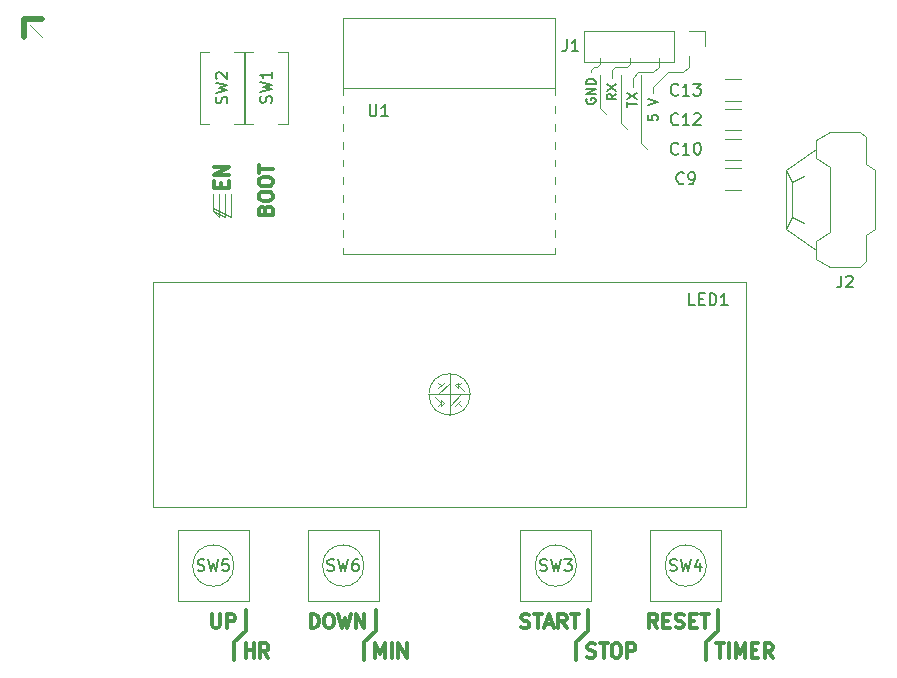
<source format=gbr>
%TF.GenerationSoftware,KiCad,Pcbnew,(5.1.10)-1*%
%TF.CreationDate,2021-10-03T21:55:55+02:00*%
%TF.ProjectId,KitchenTimer,4b697463-6865-46e5-9469-6d65722e6b69,rev?*%
%TF.SameCoordinates,Original*%
%TF.FileFunction,Legend,Top*%
%TF.FilePolarity,Positive*%
%FSLAX46Y46*%
G04 Gerber Fmt 4.6, Leading zero omitted, Abs format (unit mm)*
G04 Created by KiCad (PCBNEW (5.1.10)-1) date 2021-10-03 21:55:55*
%MOMM*%
%LPD*%
G01*
G04 APERTURE LIST*
%ADD10C,0.300000*%
%ADD11C,0.120000*%
%ADD12C,0.200000*%
%ADD13C,0.500000*%
%ADD14C,0.150000*%
%ADD15C,0.100000*%
%ADD16C,1.500000*%
%ADD17C,5.600000*%
%ADD18R,1.500000X0.900000*%
%ADD19R,4.000000X4.000000*%
%ADD20O,1.800000X1.100000*%
%ADD21R,1.250000X0.400000*%
%ADD22C,1.290000*%
%ADD23O,1.700000X1.700000*%
%ADD24R,1.700000X1.700000*%
%ADD25R,1.550000X1.300000*%
%ADD26R,2.100000X2.400000*%
G04 APERTURE END LIST*
D10*
X72559285Y-71092857D02*
X73245000Y-71092857D01*
X72902142Y-72292857D02*
X72902142Y-71092857D01*
X73645000Y-72292857D02*
X73645000Y-71092857D01*
X74216428Y-72292857D02*
X74216428Y-71092857D01*
X74616428Y-71950000D01*
X75016428Y-71092857D01*
X75016428Y-72292857D01*
X75587857Y-71664285D02*
X75987857Y-71664285D01*
X76159285Y-72292857D02*
X75587857Y-72292857D01*
X75587857Y-71092857D01*
X76159285Y-71092857D01*
X77359285Y-72292857D02*
X76959285Y-71721428D01*
X76673571Y-72292857D02*
X76673571Y-71092857D01*
X77130714Y-71092857D01*
X77245000Y-71150000D01*
X77302142Y-71207142D01*
X77359285Y-71321428D01*
X77359285Y-71492857D01*
X77302142Y-71607142D01*
X77245000Y-71664285D01*
X77130714Y-71721428D01*
X76673571Y-71721428D01*
X67597857Y-69792857D02*
X67197857Y-69221428D01*
X66912142Y-69792857D02*
X66912142Y-68592857D01*
X67369285Y-68592857D01*
X67483571Y-68650000D01*
X67540714Y-68707142D01*
X67597857Y-68821428D01*
X67597857Y-68992857D01*
X67540714Y-69107142D01*
X67483571Y-69164285D01*
X67369285Y-69221428D01*
X66912142Y-69221428D01*
X68112142Y-69164285D02*
X68512142Y-69164285D01*
X68683571Y-69792857D02*
X68112142Y-69792857D01*
X68112142Y-68592857D01*
X68683571Y-68592857D01*
X69140714Y-69735714D02*
X69312142Y-69792857D01*
X69597857Y-69792857D01*
X69712142Y-69735714D01*
X69769285Y-69678571D01*
X69826428Y-69564285D01*
X69826428Y-69450000D01*
X69769285Y-69335714D01*
X69712142Y-69278571D01*
X69597857Y-69221428D01*
X69369285Y-69164285D01*
X69255000Y-69107142D01*
X69197857Y-69050000D01*
X69140714Y-68935714D01*
X69140714Y-68821428D01*
X69197857Y-68707142D01*
X69255000Y-68650000D01*
X69369285Y-68592857D01*
X69655000Y-68592857D01*
X69826428Y-68650000D01*
X70340714Y-69164285D02*
X70740714Y-69164285D01*
X70912142Y-69792857D02*
X70340714Y-69792857D01*
X70340714Y-68592857D01*
X70912142Y-68592857D01*
X71255000Y-68592857D02*
X71940714Y-68592857D01*
X71597857Y-69792857D02*
X71597857Y-68592857D01*
X71750000Y-71000000D02*
X72750000Y-70000000D01*
X71750000Y-72500000D02*
X71750000Y-71000000D01*
X72750000Y-68250000D02*
X72750000Y-70000000D01*
X61673571Y-72235714D02*
X61845000Y-72292857D01*
X62130714Y-72292857D01*
X62245000Y-72235714D01*
X62302142Y-72178571D01*
X62359285Y-72064285D01*
X62359285Y-71950000D01*
X62302142Y-71835714D01*
X62245000Y-71778571D01*
X62130714Y-71721428D01*
X61902142Y-71664285D01*
X61787857Y-71607142D01*
X61730714Y-71550000D01*
X61673571Y-71435714D01*
X61673571Y-71321428D01*
X61730714Y-71207142D01*
X61787857Y-71150000D01*
X61902142Y-71092857D01*
X62187857Y-71092857D01*
X62359285Y-71150000D01*
X62702142Y-71092857D02*
X63387857Y-71092857D01*
X63045000Y-72292857D02*
X63045000Y-71092857D01*
X64016428Y-71092857D02*
X64245000Y-71092857D01*
X64359285Y-71150000D01*
X64473571Y-71264285D01*
X64530714Y-71492857D01*
X64530714Y-71892857D01*
X64473571Y-72121428D01*
X64359285Y-72235714D01*
X64245000Y-72292857D01*
X64016428Y-72292857D01*
X63902142Y-72235714D01*
X63787857Y-72121428D01*
X63730714Y-71892857D01*
X63730714Y-71492857D01*
X63787857Y-71264285D01*
X63902142Y-71150000D01*
X64016428Y-71092857D01*
X65045000Y-72292857D02*
X65045000Y-71092857D01*
X65502142Y-71092857D01*
X65616428Y-71150000D01*
X65673571Y-71207142D01*
X65730714Y-71321428D01*
X65730714Y-71492857D01*
X65673571Y-71607142D01*
X65616428Y-71664285D01*
X65502142Y-71721428D01*
X65045000Y-71721428D01*
X56083571Y-69735714D02*
X56255000Y-69792857D01*
X56540714Y-69792857D01*
X56655000Y-69735714D01*
X56712142Y-69678571D01*
X56769285Y-69564285D01*
X56769285Y-69450000D01*
X56712142Y-69335714D01*
X56655000Y-69278571D01*
X56540714Y-69221428D01*
X56312142Y-69164285D01*
X56197857Y-69107142D01*
X56140714Y-69050000D01*
X56083571Y-68935714D01*
X56083571Y-68821428D01*
X56140714Y-68707142D01*
X56197857Y-68650000D01*
X56312142Y-68592857D01*
X56597857Y-68592857D01*
X56769285Y-68650000D01*
X57112142Y-68592857D02*
X57797857Y-68592857D01*
X57455000Y-69792857D02*
X57455000Y-68592857D01*
X58140714Y-69450000D02*
X58712142Y-69450000D01*
X58026428Y-69792857D02*
X58426428Y-68592857D01*
X58826428Y-69792857D01*
X59912142Y-69792857D02*
X59512142Y-69221428D01*
X59226428Y-69792857D02*
X59226428Y-68592857D01*
X59683571Y-68592857D01*
X59797857Y-68650000D01*
X59855000Y-68707142D01*
X59912142Y-68821428D01*
X59912142Y-68992857D01*
X59855000Y-69107142D01*
X59797857Y-69164285D01*
X59683571Y-69221428D01*
X59226428Y-69221428D01*
X60255000Y-68592857D02*
X60940714Y-68592857D01*
X60597857Y-69792857D02*
X60597857Y-68592857D01*
X60750000Y-71000000D02*
X61750000Y-70000000D01*
X60750000Y-72500000D02*
X60750000Y-71000000D01*
X61750000Y-68250000D02*
X61750000Y-70000000D01*
X43730714Y-72292857D02*
X43730714Y-71092857D01*
X44130714Y-71950000D01*
X44530714Y-71092857D01*
X44530714Y-72292857D01*
X45102142Y-72292857D02*
X45102142Y-71092857D01*
X45673571Y-72292857D02*
X45673571Y-71092857D01*
X46359285Y-72292857D01*
X46359285Y-71092857D01*
X38255000Y-69792857D02*
X38255000Y-68592857D01*
X38540714Y-68592857D01*
X38712142Y-68650000D01*
X38826428Y-68764285D01*
X38883571Y-68878571D01*
X38940714Y-69107142D01*
X38940714Y-69278571D01*
X38883571Y-69507142D01*
X38826428Y-69621428D01*
X38712142Y-69735714D01*
X38540714Y-69792857D01*
X38255000Y-69792857D01*
X39683571Y-68592857D02*
X39912142Y-68592857D01*
X40026428Y-68650000D01*
X40140714Y-68764285D01*
X40197857Y-68992857D01*
X40197857Y-69392857D01*
X40140714Y-69621428D01*
X40026428Y-69735714D01*
X39912142Y-69792857D01*
X39683571Y-69792857D01*
X39569285Y-69735714D01*
X39455000Y-69621428D01*
X39397857Y-69392857D01*
X39397857Y-68992857D01*
X39455000Y-68764285D01*
X39569285Y-68650000D01*
X39683571Y-68592857D01*
X40597857Y-68592857D02*
X40883571Y-69792857D01*
X41112142Y-68935714D01*
X41340714Y-69792857D01*
X41626428Y-68592857D01*
X42083571Y-69792857D02*
X42083571Y-68592857D01*
X42769285Y-69792857D01*
X42769285Y-68592857D01*
X42750000Y-71000000D02*
X43750000Y-70000000D01*
X42750000Y-72500000D02*
X42750000Y-71000000D01*
X43750000Y-68250000D02*
X43750000Y-70000000D01*
X31750000Y-72500000D02*
X31750000Y-71000000D01*
X32750000Y-68250000D02*
X32750000Y-70000000D01*
X31750000Y-71000000D02*
X32750000Y-70000000D01*
X32730714Y-72292857D02*
X32730714Y-71092857D01*
X32730714Y-71664285D02*
X33416428Y-71664285D01*
X33416428Y-72292857D02*
X33416428Y-71092857D01*
X34673571Y-72292857D02*
X34273571Y-71721428D01*
X33987857Y-72292857D02*
X33987857Y-71092857D01*
X34445000Y-71092857D01*
X34559285Y-71150000D01*
X34616428Y-71207142D01*
X34673571Y-71321428D01*
X34673571Y-71492857D01*
X34616428Y-71607142D01*
X34559285Y-71664285D01*
X34445000Y-71721428D01*
X33987857Y-71721428D01*
X29883571Y-68592857D02*
X29883571Y-69564285D01*
X29940714Y-69678571D01*
X29997857Y-69735714D01*
X30112142Y-69792857D01*
X30340714Y-69792857D01*
X30455000Y-69735714D01*
X30512142Y-69678571D01*
X30569285Y-69564285D01*
X30569285Y-68592857D01*
X31140714Y-69792857D02*
X31140714Y-68592857D01*
X31597857Y-68592857D01*
X31712142Y-68650000D01*
X31769285Y-68707142D01*
X31826428Y-68821428D01*
X31826428Y-68992857D01*
X31769285Y-69107142D01*
X31712142Y-69164285D01*
X31597857Y-69221428D01*
X31140714Y-69221428D01*
D11*
X31500000Y-35000000D02*
X30000000Y-34250000D01*
X30000000Y-34500000D02*
X31000000Y-35000000D01*
X30500000Y-35000000D02*
X30000000Y-34500000D01*
X30000000Y-33000000D02*
X30000000Y-34500000D01*
X30500000Y-33000000D02*
X30500000Y-35000000D01*
X31000000Y-33000000D02*
X31000000Y-35000000D01*
X31500000Y-33000000D02*
X31500000Y-35000000D01*
D10*
X34414285Y-34387857D02*
X34471428Y-34216428D01*
X34528571Y-34159285D01*
X34642857Y-34102142D01*
X34814285Y-34102142D01*
X34928571Y-34159285D01*
X34985714Y-34216428D01*
X35042857Y-34330714D01*
X35042857Y-34787857D01*
X33842857Y-34787857D01*
X33842857Y-34387857D01*
X33900000Y-34273571D01*
X33957142Y-34216428D01*
X34071428Y-34159285D01*
X34185714Y-34159285D01*
X34300000Y-34216428D01*
X34357142Y-34273571D01*
X34414285Y-34387857D01*
X34414285Y-34787857D01*
X33842857Y-33359285D02*
X33842857Y-33130714D01*
X33900000Y-33016428D01*
X34014285Y-32902142D01*
X34242857Y-32845000D01*
X34642857Y-32845000D01*
X34871428Y-32902142D01*
X34985714Y-33016428D01*
X35042857Y-33130714D01*
X35042857Y-33359285D01*
X34985714Y-33473571D01*
X34871428Y-33587857D01*
X34642857Y-33645000D01*
X34242857Y-33645000D01*
X34014285Y-33587857D01*
X33900000Y-33473571D01*
X33842857Y-33359285D01*
X33842857Y-32102142D02*
X33842857Y-31873571D01*
X33900000Y-31759285D01*
X34014285Y-31645000D01*
X34242857Y-31587857D01*
X34642857Y-31587857D01*
X34871428Y-31645000D01*
X34985714Y-31759285D01*
X35042857Y-31873571D01*
X35042857Y-32102142D01*
X34985714Y-32216428D01*
X34871428Y-32330714D01*
X34642857Y-32387857D01*
X34242857Y-32387857D01*
X34014285Y-32330714D01*
X33900000Y-32216428D01*
X33842857Y-32102142D01*
X33842857Y-31245000D02*
X33842857Y-30559285D01*
X35042857Y-30902142D02*
X33842857Y-30902142D01*
X30664285Y-32502142D02*
X30664285Y-32102142D01*
X31292857Y-31930714D02*
X31292857Y-32502142D01*
X30092857Y-32502142D01*
X30092857Y-31930714D01*
X31292857Y-31416428D02*
X30092857Y-31416428D01*
X31292857Y-30730714D01*
X30092857Y-30730714D01*
D11*
X67250000Y-24000000D02*
X67250000Y-24500000D01*
X66250000Y-26000000D02*
X66250000Y-23000000D01*
X64500000Y-24250000D02*
X64500000Y-23000000D01*
X62750000Y-22000000D02*
X62750000Y-21500000D01*
X62500000Y-22250000D02*
X62750000Y-22000000D01*
X62250000Y-22250000D02*
X62500000Y-22250000D01*
X62000000Y-22500000D02*
X62250000Y-22250000D01*
X62000000Y-22750000D02*
X62000000Y-22500000D01*
X63750000Y-22500000D02*
X63750000Y-23250000D01*
X70250000Y-22250000D02*
X70250000Y-20500000D01*
X69750000Y-22750000D02*
X70250000Y-22250000D01*
X68500000Y-22750000D02*
X69750000Y-22750000D01*
X68000000Y-23250000D02*
X68500000Y-22750000D01*
X67250000Y-24000000D02*
X68000000Y-23250000D01*
X67750000Y-22250000D02*
X67750000Y-21500000D01*
X67250000Y-22750000D02*
X67750000Y-22250000D01*
X66000000Y-22750000D02*
X67250000Y-22750000D01*
X65500000Y-23250000D02*
X66000000Y-22750000D01*
X65500000Y-24000000D02*
X65500000Y-23250000D01*
X65250000Y-22000000D02*
X65250000Y-21500000D01*
X65000000Y-22250000D02*
X65250000Y-22000000D01*
X64000000Y-22250000D02*
X65000000Y-22250000D01*
X63750000Y-22500000D02*
X64000000Y-22250000D01*
X66250000Y-26000000D02*
X66250000Y-28750000D01*
X66250000Y-28750000D02*
X66750000Y-29250000D01*
X64500000Y-24250000D02*
X64500000Y-27000000D01*
X64500000Y-27000000D02*
X65000000Y-27500000D01*
X62750000Y-25750000D02*
X63250000Y-26250000D01*
X62750000Y-23000000D02*
X62750000Y-25750000D01*
D12*
X66811904Y-26365714D02*
X66811904Y-26746666D01*
X67192857Y-26784761D01*
X67154761Y-26746666D01*
X67116666Y-26670476D01*
X67116666Y-26480000D01*
X67154761Y-26403809D01*
X67192857Y-26365714D01*
X67269047Y-26327619D01*
X67459523Y-26327619D01*
X67535714Y-26365714D01*
X67573809Y-26403809D01*
X67611904Y-26480000D01*
X67611904Y-26670476D01*
X67573809Y-26746666D01*
X67535714Y-26784761D01*
X66811904Y-25489523D02*
X67611904Y-25222857D01*
X66811904Y-24956190D01*
X65061904Y-25675238D02*
X65061904Y-25218095D01*
X65861904Y-25446666D02*
X65061904Y-25446666D01*
X65061904Y-25027619D02*
X65861904Y-24494285D01*
X65061904Y-24494285D02*
X65861904Y-25027619D01*
X64111904Y-24544285D02*
X63730952Y-24810952D01*
X64111904Y-25001428D02*
X63311904Y-25001428D01*
X63311904Y-24696666D01*
X63350000Y-24620476D01*
X63388095Y-24582380D01*
X63464285Y-24544285D01*
X63578571Y-24544285D01*
X63654761Y-24582380D01*
X63692857Y-24620476D01*
X63730952Y-24696666D01*
X63730952Y-25001428D01*
X63311904Y-24277619D02*
X64111904Y-23744285D01*
X63311904Y-23744285D02*
X64111904Y-24277619D01*
X61600000Y-24958571D02*
X61561904Y-25034761D01*
X61561904Y-25149047D01*
X61600000Y-25263333D01*
X61676190Y-25339523D01*
X61752380Y-25377619D01*
X61904761Y-25415714D01*
X62019047Y-25415714D01*
X62171428Y-25377619D01*
X62247619Y-25339523D01*
X62323809Y-25263333D01*
X62361904Y-25149047D01*
X62361904Y-25072857D01*
X62323809Y-24958571D01*
X62285714Y-24920476D01*
X62019047Y-24920476D01*
X62019047Y-25072857D01*
X62361904Y-24577619D02*
X61561904Y-24577619D01*
X62361904Y-24120476D01*
X61561904Y-24120476D01*
X62361904Y-23739523D02*
X61561904Y-23739523D01*
X61561904Y-23549047D01*
X61600000Y-23434761D01*
X61676190Y-23358571D01*
X61752380Y-23320476D01*
X61904761Y-23282380D01*
X62019047Y-23282380D01*
X62171428Y-23320476D01*
X62247619Y-23358571D01*
X62323809Y-23434761D01*
X62361904Y-23549047D01*
X62361904Y-23739523D01*
D13*
X14000000Y-18250000D02*
X14000000Y-19750000D01*
D11*
X14500000Y-18750000D02*
X15500000Y-19750000D01*
D13*
X14000000Y-18250000D02*
X15500000Y-18250000D01*
D11*
%TO.C,C12*%
X74711252Y-25840000D02*
X73288748Y-25840000D01*
X74711252Y-27660000D02*
X73288748Y-27660000D01*
%TO.C,LED1*%
X50750000Y-50750000D02*
X51000000Y-51000000D01*
X49000000Y-49000000D02*
X49250000Y-49250000D01*
X49000000Y-49500000D02*
X49500000Y-49000000D01*
X50500000Y-51000000D02*
X51000000Y-50500000D01*
X49250000Y-50750000D02*
X49000000Y-51000000D01*
X51000000Y-49500000D02*
X51250000Y-49750000D01*
X48750000Y-50250000D02*
X49250000Y-50750000D01*
X49250000Y-50750000D02*
X48750000Y-50250000D01*
X50750000Y-49250000D02*
X51000000Y-49000000D01*
X50750000Y-49250000D02*
X51000000Y-49500000D01*
X49500000Y-50750000D02*
X49250000Y-51000000D01*
X49250000Y-51000000D02*
X49250000Y-50500000D01*
X49250000Y-50500000D02*
X49500000Y-50750000D01*
X50500000Y-49250000D02*
X50750000Y-49000000D01*
X50750000Y-49500000D02*
X50500000Y-49250000D01*
X50750000Y-49000000D02*
X50750000Y-49500000D01*
X49000000Y-50000000D02*
X48250000Y-50000000D01*
X50000000Y-51000000D02*
X50000000Y-51750000D01*
X51000000Y-50000000D02*
X51750000Y-50000000D01*
X50000000Y-49000000D02*
X50000000Y-48250000D01*
X51750000Y-50000000D02*
G75*
G03*
X51750000Y-50000000I-1750000J0D01*
G01*
X49000000Y-50000000D02*
X50000000Y-49000000D01*
X51000000Y-50000000D02*
X49000000Y-50000000D01*
X50000000Y-51000000D02*
X51000000Y-50000000D01*
X50000000Y-49000000D02*
X50000000Y-51000000D01*
X24900000Y-59500000D02*
X24900000Y-40500000D01*
X75100000Y-59500000D02*
X24900000Y-59500000D01*
X75100000Y-40500000D02*
X75100000Y-59500000D01*
X24900000Y-40500000D02*
X75100000Y-40500000D01*
%TO.C,C10*%
X74711252Y-30160000D02*
X73288748Y-30160000D01*
X74711252Y-28340000D02*
X73288748Y-28340000D01*
%TO.C,U1*%
X40960000Y-18100000D02*
X40960000Y-38100000D01*
X40960000Y-38100000D02*
X58960000Y-38100000D01*
X58960000Y-38100000D02*
X58960000Y-18100000D01*
X58960000Y-18100000D02*
X40960000Y-18100000D01*
X40960000Y-24100000D02*
X58960000Y-24100000D01*
%TO.C,J2*%
X79000000Y-32000000D02*
X80000000Y-31500000D01*
X79000000Y-35000000D02*
X80000000Y-35500000D01*
X79000000Y-35000000D02*
X78500000Y-36000000D01*
X79000000Y-33500000D02*
X79000000Y-35000000D01*
X79000000Y-32000000D02*
X79000000Y-33500000D01*
X78500000Y-31000000D02*
X79000000Y-32000000D01*
X78500000Y-36000000D02*
X81000000Y-37750000D01*
X78500000Y-31000000D02*
X78500000Y-36000000D01*
X81000000Y-29250000D02*
X78500000Y-31000000D01*
X82250000Y-30750000D02*
X82250000Y-33500000D01*
X81000000Y-30000000D02*
X82250000Y-30750000D01*
X81000000Y-28500000D02*
X81000000Y-30000000D01*
X82250000Y-27750000D02*
X81000000Y-28500000D01*
X84750000Y-27750000D02*
X82250000Y-27750000D01*
X85250000Y-28250000D02*
X84750000Y-27750000D01*
X85250000Y-30500000D02*
X85250000Y-28250000D01*
X86000000Y-31000000D02*
X85250000Y-30500000D01*
X86000000Y-33500000D02*
X86000000Y-31000000D01*
X81000000Y-37000000D02*
X82250000Y-36250000D01*
X86000000Y-33500000D02*
X86000000Y-36000000D01*
X86000000Y-36000000D02*
X85250000Y-36500000D01*
X82250000Y-36250000D02*
X82250000Y-33500000D01*
X82250000Y-39250000D02*
X81000000Y-38500000D01*
X81000000Y-38500000D02*
X81000000Y-37000000D01*
X84750000Y-39250000D02*
X82250000Y-39250000D01*
X85250000Y-38750000D02*
X84750000Y-39250000D01*
X85250000Y-36500000D02*
X85250000Y-38750000D01*
%TO.C,C13*%
X74711252Y-23340000D02*
X73288748Y-23340000D01*
X74711252Y-25160000D02*
X73288748Y-25160000D01*
%TO.C,C9*%
X74711252Y-32660000D02*
X73288748Y-32660000D01*
X74711252Y-30840000D02*
X73288748Y-30840000D01*
%TO.C,J1*%
X61351281Y-19204799D02*
X61351281Y-21864799D01*
X69031281Y-19204799D02*
X61351281Y-19204799D01*
X69031281Y-21864799D02*
X61351281Y-21864799D01*
X69031281Y-19204799D02*
X69031281Y-21864799D01*
X70301281Y-19204799D02*
X71631281Y-19204799D01*
X71631281Y-19204799D02*
X71631281Y-20534799D01*
%TO.C,SW6*%
X44000000Y-67500000D02*
X38000000Y-67500000D01*
X42750000Y-64500000D02*
G75*
G03*
X42750000Y-64500000I-1750000J0D01*
G01*
X38000000Y-67500000D02*
X38000000Y-61500000D01*
X44000000Y-61500000D02*
X44000000Y-67500000D01*
X38000000Y-61500000D02*
X44000000Y-61500000D01*
%TO.C,SW5*%
X33000000Y-67500000D02*
X27000000Y-67500000D01*
X31750000Y-64500000D02*
G75*
G03*
X31750000Y-64500000I-1750000J0D01*
G01*
X27000000Y-67500000D02*
X27000000Y-61500000D01*
X33000000Y-61500000D02*
X33000000Y-67500000D01*
X27000000Y-61500000D02*
X33000000Y-61500000D01*
%TO.C,SW4*%
X73000000Y-67500000D02*
X67000000Y-67500000D01*
X71750000Y-64500000D02*
G75*
G03*
X71750000Y-64500000I-1750000J0D01*
G01*
X67000000Y-67500000D02*
X67000000Y-61500000D01*
X73000000Y-61500000D02*
X73000000Y-67500000D01*
X67000000Y-61500000D02*
X73000000Y-61500000D01*
%TO.C,SW3*%
X62000000Y-67500000D02*
X56000000Y-67500000D01*
X60750000Y-64500000D02*
G75*
G03*
X60750000Y-64500000I-1750000J0D01*
G01*
X56000000Y-67500000D02*
X56000000Y-61500000D01*
X62000000Y-61500000D02*
X62000000Y-67500000D01*
X56000000Y-61500000D02*
X62000000Y-61500000D01*
%TO.C,SW2*%
X28900000Y-24040000D02*
X28900000Y-20990000D01*
X32600000Y-20990000D02*
X32600000Y-27090000D01*
X28900000Y-20990000D02*
X32600000Y-20990000D01*
X28900000Y-27090000D02*
X28900000Y-20990000D01*
X32600000Y-27090000D02*
X28900000Y-27090000D01*
%TO.C,SW1*%
X32650000Y-24040000D02*
X32650000Y-20990000D01*
X36350000Y-20990000D02*
X36350000Y-27090000D01*
X32650000Y-20990000D02*
X36350000Y-20990000D01*
X32650000Y-27090000D02*
X32650000Y-20990000D01*
X36350000Y-27090000D02*
X32650000Y-27090000D01*
%TO.C,C12*%
D14*
X69357142Y-27107142D02*
X69309523Y-27154761D01*
X69166666Y-27202380D01*
X69071428Y-27202380D01*
X68928571Y-27154761D01*
X68833333Y-27059523D01*
X68785714Y-26964285D01*
X68738095Y-26773809D01*
X68738095Y-26630952D01*
X68785714Y-26440476D01*
X68833333Y-26345238D01*
X68928571Y-26250000D01*
X69071428Y-26202380D01*
X69166666Y-26202380D01*
X69309523Y-26250000D01*
X69357142Y-26297619D01*
X70309523Y-27202380D02*
X69738095Y-27202380D01*
X70023809Y-27202380D02*
X70023809Y-26202380D01*
X69928571Y-26345238D01*
X69833333Y-26440476D01*
X69738095Y-26488095D01*
X70690476Y-26297619D02*
X70738095Y-26250000D01*
X70833333Y-26202380D01*
X71071428Y-26202380D01*
X71166666Y-26250000D01*
X71214285Y-26297619D01*
X71261904Y-26392857D01*
X71261904Y-26488095D01*
X71214285Y-26630952D01*
X70642857Y-27202380D01*
X71261904Y-27202380D01*
%TO.C,LED1*%
X70780952Y-42452380D02*
X70304761Y-42452380D01*
X70304761Y-41452380D01*
X71114285Y-41928571D02*
X71447619Y-41928571D01*
X71590476Y-42452380D02*
X71114285Y-42452380D01*
X71114285Y-41452380D01*
X71590476Y-41452380D01*
X72019047Y-42452380D02*
X72019047Y-41452380D01*
X72257142Y-41452380D01*
X72400000Y-41500000D01*
X72495238Y-41595238D01*
X72542857Y-41690476D01*
X72590476Y-41880952D01*
X72590476Y-42023809D01*
X72542857Y-42214285D01*
X72495238Y-42309523D01*
X72400000Y-42404761D01*
X72257142Y-42452380D01*
X72019047Y-42452380D01*
X73542857Y-42452380D02*
X72971428Y-42452380D01*
X73257142Y-42452380D02*
X73257142Y-41452380D01*
X73161904Y-41595238D01*
X73066666Y-41690476D01*
X72971428Y-41738095D01*
%TO.C,C10*%
X69357142Y-29607142D02*
X69309523Y-29654761D01*
X69166666Y-29702380D01*
X69071428Y-29702380D01*
X68928571Y-29654761D01*
X68833333Y-29559523D01*
X68785714Y-29464285D01*
X68738095Y-29273809D01*
X68738095Y-29130952D01*
X68785714Y-28940476D01*
X68833333Y-28845238D01*
X68928571Y-28750000D01*
X69071428Y-28702380D01*
X69166666Y-28702380D01*
X69309523Y-28750000D01*
X69357142Y-28797619D01*
X70309523Y-29702380D02*
X69738095Y-29702380D01*
X70023809Y-29702380D02*
X70023809Y-28702380D01*
X69928571Y-28845238D01*
X69833333Y-28940476D01*
X69738095Y-28988095D01*
X70928571Y-28702380D02*
X71023809Y-28702380D01*
X71119047Y-28750000D01*
X71166666Y-28797619D01*
X71214285Y-28892857D01*
X71261904Y-29083333D01*
X71261904Y-29321428D01*
X71214285Y-29511904D01*
X71166666Y-29607142D01*
X71119047Y-29654761D01*
X71023809Y-29702380D01*
X70928571Y-29702380D01*
X70833333Y-29654761D01*
X70785714Y-29607142D01*
X70738095Y-29511904D01*
X70690476Y-29321428D01*
X70690476Y-29083333D01*
X70738095Y-28892857D01*
X70785714Y-28797619D01*
X70833333Y-28750000D01*
X70928571Y-28702380D01*
%TO.C,U1*%
X43238095Y-25452380D02*
X43238095Y-26261904D01*
X43285714Y-26357142D01*
X43333333Y-26404761D01*
X43428571Y-26452380D01*
X43619047Y-26452380D01*
X43714285Y-26404761D01*
X43761904Y-26357142D01*
X43809523Y-26261904D01*
X43809523Y-25452380D01*
X44809523Y-26452380D02*
X44238095Y-26452380D01*
X44523809Y-26452380D02*
X44523809Y-25452380D01*
X44428571Y-25595238D01*
X44333333Y-25690476D01*
X44238095Y-25738095D01*
%TO.C,J2*%
X83166666Y-39952380D02*
X83166666Y-40666666D01*
X83119047Y-40809523D01*
X83023809Y-40904761D01*
X82880952Y-40952380D01*
X82785714Y-40952380D01*
X83595238Y-40047619D02*
X83642857Y-40000000D01*
X83738095Y-39952380D01*
X83976190Y-39952380D01*
X84071428Y-40000000D01*
X84119047Y-40047619D01*
X84166666Y-40142857D01*
X84166666Y-40238095D01*
X84119047Y-40380952D01*
X83547619Y-40952380D01*
X84166666Y-40952380D01*
%TO.C,C13*%
X69357142Y-24607142D02*
X69309523Y-24654761D01*
X69166666Y-24702380D01*
X69071428Y-24702380D01*
X68928571Y-24654761D01*
X68833333Y-24559523D01*
X68785714Y-24464285D01*
X68738095Y-24273809D01*
X68738095Y-24130952D01*
X68785714Y-23940476D01*
X68833333Y-23845238D01*
X68928571Y-23750000D01*
X69071428Y-23702380D01*
X69166666Y-23702380D01*
X69309523Y-23750000D01*
X69357142Y-23797619D01*
X70309523Y-24702380D02*
X69738095Y-24702380D01*
X70023809Y-24702380D02*
X70023809Y-23702380D01*
X69928571Y-23845238D01*
X69833333Y-23940476D01*
X69738095Y-23988095D01*
X70642857Y-23702380D02*
X71261904Y-23702380D01*
X70928571Y-24083333D01*
X71071428Y-24083333D01*
X71166666Y-24130952D01*
X71214285Y-24178571D01*
X71261904Y-24273809D01*
X71261904Y-24511904D01*
X71214285Y-24607142D01*
X71166666Y-24654761D01*
X71071428Y-24702380D01*
X70785714Y-24702380D01*
X70690476Y-24654761D01*
X70642857Y-24607142D01*
%TO.C,C9*%
X69833333Y-32107142D02*
X69785714Y-32154761D01*
X69642857Y-32202380D01*
X69547619Y-32202380D01*
X69404761Y-32154761D01*
X69309523Y-32059523D01*
X69261904Y-31964285D01*
X69214285Y-31773809D01*
X69214285Y-31630952D01*
X69261904Y-31440476D01*
X69309523Y-31345238D01*
X69404761Y-31250000D01*
X69547619Y-31202380D01*
X69642857Y-31202380D01*
X69785714Y-31250000D01*
X69833333Y-31297619D01*
X70309523Y-32202380D02*
X70500000Y-32202380D01*
X70595238Y-32154761D01*
X70642857Y-32107142D01*
X70738095Y-31964285D01*
X70785714Y-31773809D01*
X70785714Y-31392857D01*
X70738095Y-31297619D01*
X70690476Y-31250000D01*
X70595238Y-31202380D01*
X70404761Y-31202380D01*
X70309523Y-31250000D01*
X70261904Y-31297619D01*
X70214285Y-31392857D01*
X70214285Y-31630952D01*
X70261904Y-31726190D01*
X70309523Y-31773809D01*
X70404761Y-31821428D01*
X70595238Y-31821428D01*
X70690476Y-31773809D01*
X70738095Y-31726190D01*
X70785714Y-31630952D01*
%TO.C,J1*%
X59916666Y-19952380D02*
X59916666Y-20666666D01*
X59869047Y-20809523D01*
X59773809Y-20904761D01*
X59630952Y-20952380D01*
X59535714Y-20952380D01*
X60916666Y-20952380D02*
X60345238Y-20952380D01*
X60630952Y-20952380D02*
X60630952Y-19952380D01*
X60535714Y-20095238D01*
X60440476Y-20190476D01*
X60345238Y-20238095D01*
%TO.C,SW6*%
X39666666Y-64904761D02*
X39809523Y-64952380D01*
X40047619Y-64952380D01*
X40142857Y-64904761D01*
X40190476Y-64857142D01*
X40238095Y-64761904D01*
X40238095Y-64666666D01*
X40190476Y-64571428D01*
X40142857Y-64523809D01*
X40047619Y-64476190D01*
X39857142Y-64428571D01*
X39761904Y-64380952D01*
X39714285Y-64333333D01*
X39666666Y-64238095D01*
X39666666Y-64142857D01*
X39714285Y-64047619D01*
X39761904Y-64000000D01*
X39857142Y-63952380D01*
X40095238Y-63952380D01*
X40238095Y-64000000D01*
X40571428Y-63952380D02*
X40809523Y-64952380D01*
X41000000Y-64238095D01*
X41190476Y-64952380D01*
X41428571Y-63952380D01*
X42238095Y-63952380D02*
X42047619Y-63952380D01*
X41952380Y-64000000D01*
X41904761Y-64047619D01*
X41809523Y-64190476D01*
X41761904Y-64380952D01*
X41761904Y-64761904D01*
X41809523Y-64857142D01*
X41857142Y-64904761D01*
X41952380Y-64952380D01*
X42142857Y-64952380D01*
X42238095Y-64904761D01*
X42285714Y-64857142D01*
X42333333Y-64761904D01*
X42333333Y-64523809D01*
X42285714Y-64428571D01*
X42238095Y-64380952D01*
X42142857Y-64333333D01*
X41952380Y-64333333D01*
X41857142Y-64380952D01*
X41809523Y-64428571D01*
X41761904Y-64523809D01*
%TO.C,SW5*%
X28666666Y-64904761D02*
X28809523Y-64952380D01*
X29047619Y-64952380D01*
X29142857Y-64904761D01*
X29190476Y-64857142D01*
X29238095Y-64761904D01*
X29238095Y-64666666D01*
X29190476Y-64571428D01*
X29142857Y-64523809D01*
X29047619Y-64476190D01*
X28857142Y-64428571D01*
X28761904Y-64380952D01*
X28714285Y-64333333D01*
X28666666Y-64238095D01*
X28666666Y-64142857D01*
X28714285Y-64047619D01*
X28761904Y-64000000D01*
X28857142Y-63952380D01*
X29095238Y-63952380D01*
X29238095Y-64000000D01*
X29571428Y-63952380D02*
X29809523Y-64952380D01*
X30000000Y-64238095D01*
X30190476Y-64952380D01*
X30428571Y-63952380D01*
X31285714Y-63952380D02*
X30809523Y-63952380D01*
X30761904Y-64428571D01*
X30809523Y-64380952D01*
X30904761Y-64333333D01*
X31142857Y-64333333D01*
X31238095Y-64380952D01*
X31285714Y-64428571D01*
X31333333Y-64523809D01*
X31333333Y-64761904D01*
X31285714Y-64857142D01*
X31238095Y-64904761D01*
X31142857Y-64952380D01*
X30904761Y-64952380D01*
X30809523Y-64904761D01*
X30761904Y-64857142D01*
%TO.C,SW4*%
X68666666Y-64904761D02*
X68809523Y-64952380D01*
X69047619Y-64952380D01*
X69142857Y-64904761D01*
X69190476Y-64857142D01*
X69238095Y-64761904D01*
X69238095Y-64666666D01*
X69190476Y-64571428D01*
X69142857Y-64523809D01*
X69047619Y-64476190D01*
X68857142Y-64428571D01*
X68761904Y-64380952D01*
X68714285Y-64333333D01*
X68666666Y-64238095D01*
X68666666Y-64142857D01*
X68714285Y-64047619D01*
X68761904Y-64000000D01*
X68857142Y-63952380D01*
X69095238Y-63952380D01*
X69238095Y-64000000D01*
X69571428Y-63952380D02*
X69809523Y-64952380D01*
X70000000Y-64238095D01*
X70190476Y-64952380D01*
X70428571Y-63952380D01*
X71238095Y-64285714D02*
X71238095Y-64952380D01*
X71000000Y-63904761D02*
X70761904Y-64619047D01*
X71380952Y-64619047D01*
%TO.C,SW3*%
X57666666Y-64904761D02*
X57809523Y-64952380D01*
X58047619Y-64952380D01*
X58142857Y-64904761D01*
X58190476Y-64857142D01*
X58238095Y-64761904D01*
X58238095Y-64666666D01*
X58190476Y-64571428D01*
X58142857Y-64523809D01*
X58047619Y-64476190D01*
X57857142Y-64428571D01*
X57761904Y-64380952D01*
X57714285Y-64333333D01*
X57666666Y-64238095D01*
X57666666Y-64142857D01*
X57714285Y-64047619D01*
X57761904Y-64000000D01*
X57857142Y-63952380D01*
X58095238Y-63952380D01*
X58238095Y-64000000D01*
X58571428Y-63952380D02*
X58809523Y-64952380D01*
X59000000Y-64238095D01*
X59190476Y-64952380D01*
X59428571Y-63952380D01*
X59714285Y-63952380D02*
X60333333Y-63952380D01*
X60000000Y-64333333D01*
X60142857Y-64333333D01*
X60238095Y-64380952D01*
X60285714Y-64428571D01*
X60333333Y-64523809D01*
X60333333Y-64761904D01*
X60285714Y-64857142D01*
X60238095Y-64904761D01*
X60142857Y-64952380D01*
X59857142Y-64952380D01*
X59761904Y-64904761D01*
X59714285Y-64857142D01*
%TO.C,SW2*%
X31154761Y-25373333D02*
X31202380Y-25230476D01*
X31202380Y-24992380D01*
X31154761Y-24897142D01*
X31107142Y-24849523D01*
X31011904Y-24801904D01*
X30916666Y-24801904D01*
X30821428Y-24849523D01*
X30773809Y-24897142D01*
X30726190Y-24992380D01*
X30678571Y-25182857D01*
X30630952Y-25278095D01*
X30583333Y-25325714D01*
X30488095Y-25373333D01*
X30392857Y-25373333D01*
X30297619Y-25325714D01*
X30250000Y-25278095D01*
X30202380Y-25182857D01*
X30202380Y-24944761D01*
X30250000Y-24801904D01*
X30202380Y-24468571D02*
X31202380Y-24230476D01*
X30488095Y-24040000D01*
X31202380Y-23849523D01*
X30202380Y-23611428D01*
X30297619Y-23278095D02*
X30250000Y-23230476D01*
X30202380Y-23135238D01*
X30202380Y-22897142D01*
X30250000Y-22801904D01*
X30297619Y-22754285D01*
X30392857Y-22706666D01*
X30488095Y-22706666D01*
X30630952Y-22754285D01*
X31202380Y-23325714D01*
X31202380Y-22706666D01*
%TO.C,SW1*%
X34904761Y-25333333D02*
X34952380Y-25190476D01*
X34952380Y-24952380D01*
X34904761Y-24857142D01*
X34857142Y-24809523D01*
X34761904Y-24761904D01*
X34666666Y-24761904D01*
X34571428Y-24809523D01*
X34523809Y-24857142D01*
X34476190Y-24952380D01*
X34428571Y-25142857D01*
X34380952Y-25238095D01*
X34333333Y-25285714D01*
X34238095Y-25333333D01*
X34142857Y-25333333D01*
X34047619Y-25285714D01*
X34000000Y-25238095D01*
X33952380Y-25142857D01*
X33952380Y-24904761D01*
X34000000Y-24761904D01*
X33952380Y-24428571D02*
X34952380Y-24190476D01*
X34238095Y-24000000D01*
X34952380Y-23809523D01*
X33952380Y-23571428D01*
X34952380Y-22666666D02*
X34952380Y-23238095D01*
X34952380Y-22952380D02*
X33952380Y-22952380D01*
X34095238Y-23047619D01*
X34190476Y-23142857D01*
X34238095Y-23238095D01*
%TD*%
%LPC*%
D11*
%TO.C,J2*%
X84650000Y-37100000D02*
X84650000Y-38500000D01*
X82950000Y-37100000D02*
X82950000Y-38500000D01*
X84650000Y-38500000D02*
X82950000Y-38500000D01*
D15*
G36*
X82950000Y-38500000D02*
G01*
X82950000Y-37100000D01*
X84650000Y-37100000D01*
X84650000Y-38500000D01*
X82950000Y-38500000D01*
G37*
X82950000Y-38500000D02*
X82950000Y-37100000D01*
X84650000Y-37100000D01*
X84650000Y-38500000D01*
X82950000Y-38500000D01*
D11*
X84650000Y-29900000D02*
X84650000Y-28500000D01*
X82950000Y-28500000D02*
X84650000Y-28500000D01*
D15*
G36*
X84650000Y-28500000D02*
G01*
X84650000Y-29900000D01*
X82950000Y-29900000D01*
X82950000Y-28500000D01*
X84650000Y-28500000D01*
G37*
X84650000Y-28500000D02*
X84650000Y-29900000D01*
X82950000Y-29900000D01*
X82950000Y-28500000D01*
X84650000Y-28500000D01*
D11*
X82950000Y-29900000D02*
X82950000Y-28500000D01*
%TD*%
%TO.C,C12*%
G36*
G01*
X76225000Y-26099998D02*
X76225000Y-27400002D01*
G75*
G02*
X75975002Y-27650000I-249998J0D01*
G01*
X75149998Y-27650000D01*
G75*
G02*
X74900000Y-27400002I0J249998D01*
G01*
X74900000Y-26099998D01*
G75*
G02*
X75149998Y-25850000I249998J0D01*
G01*
X75975002Y-25850000D01*
G75*
G02*
X76225000Y-26099998I0J-249998D01*
G01*
G37*
G36*
G01*
X73100000Y-26099998D02*
X73100000Y-27400002D01*
G75*
G02*
X72850002Y-27650000I-249998J0D01*
G01*
X72024998Y-27650000D01*
G75*
G02*
X71775000Y-27400002I0J249998D01*
G01*
X71775000Y-26099998D01*
G75*
G02*
X72024998Y-25850000I249998J0D01*
G01*
X72850002Y-25850000D01*
G75*
G02*
X73100000Y-26099998I0J-249998D01*
G01*
G37*
%TD*%
D16*
%TO.C,LED1*%
X42380000Y-42380000D03*
X44920000Y-42380000D03*
X47460000Y-42380000D03*
X50000000Y-42380000D03*
X52540000Y-42380000D03*
X55080000Y-42380000D03*
X57620000Y-42380000D03*
X57620000Y-57620000D03*
X55080000Y-57620000D03*
X52540000Y-57620000D03*
X50000000Y-57620000D03*
X47460000Y-57620000D03*
X44920000Y-57620000D03*
X42380000Y-57620000D03*
%TD*%
%TO.C,C10*%
G36*
G01*
X73100000Y-28599998D02*
X73100000Y-29900002D01*
G75*
G02*
X72850002Y-30150000I-249998J0D01*
G01*
X72024998Y-30150000D01*
G75*
G02*
X71775000Y-29900002I0J249998D01*
G01*
X71775000Y-28599998D01*
G75*
G02*
X72024998Y-28350000I249998J0D01*
G01*
X72850002Y-28350000D01*
G75*
G02*
X73100000Y-28599998I0J-249998D01*
G01*
G37*
G36*
G01*
X76225000Y-28599998D02*
X76225000Y-29900002D01*
G75*
G02*
X75975002Y-30150000I-249998J0D01*
G01*
X75149998Y-30150000D01*
G75*
G02*
X74900000Y-29900002I0J249998D01*
G01*
X74900000Y-28599998D01*
G75*
G02*
X75149998Y-28350000I249998J0D01*
G01*
X75975002Y-28350000D01*
G75*
G02*
X76225000Y-28599998I0J-249998D01*
G01*
G37*
%TD*%
D17*
%TO.C,J6*%
X18750000Y-23000000D03*
%TD*%
%TO.C,J5*%
X18750000Y-69000000D03*
%TD*%
%TO.C,J4*%
X81000000Y-23000000D03*
%TD*%
%TO.C,J3*%
X81250000Y-69000000D03*
%TD*%
D18*
%TO.C,U1*%
X41210000Y-25200000D03*
X41210000Y-26700000D03*
X41210000Y-28200000D03*
X41210000Y-29700000D03*
X41210000Y-31200000D03*
X41210000Y-32700000D03*
X41210000Y-34200000D03*
X41210000Y-35700000D03*
X41210000Y-37200000D03*
X58710000Y-37200000D03*
X58710000Y-35700000D03*
X58710000Y-34200000D03*
X58710000Y-32700000D03*
X58710000Y-31200000D03*
X58710000Y-29700000D03*
X58710000Y-28200000D03*
X58710000Y-26700000D03*
X58710000Y-25200000D03*
D19*
X51060000Y-33710000D03*
%TD*%
D20*
%TO.C,J2*%
X83800000Y-29900000D03*
G36*
G01*
X84300000Y-35000000D02*
X83300000Y-35000000D01*
G75*
G02*
X82800000Y-34500000I0J500000D01*
G01*
X82800000Y-32500000D01*
G75*
G02*
X83300000Y-32000000I500000J0D01*
G01*
X84300000Y-32000000D01*
G75*
G02*
X84800000Y-32500000I0J-500000D01*
G01*
X84800000Y-34500000D01*
G75*
G02*
X84300000Y-35000000I-500000J0D01*
G01*
G37*
D21*
X81000000Y-32150000D03*
X81000000Y-32850000D03*
X81000000Y-33500000D03*
X81000000Y-34150000D03*
X81000000Y-34800000D03*
D22*
X81000000Y-31075000D03*
X81000000Y-35925000D03*
D20*
X83800000Y-29900000D03*
X83800000Y-37100000D03*
%TD*%
%TO.C,C13*%
G36*
G01*
X76225000Y-23599998D02*
X76225000Y-24900002D01*
G75*
G02*
X75975002Y-25150000I-249998J0D01*
G01*
X75149998Y-25150000D01*
G75*
G02*
X74900000Y-24900002I0J249998D01*
G01*
X74900000Y-23599998D01*
G75*
G02*
X75149998Y-23350000I249998J0D01*
G01*
X75975002Y-23350000D01*
G75*
G02*
X76225000Y-23599998I0J-249998D01*
G01*
G37*
G36*
G01*
X73100000Y-23599998D02*
X73100000Y-24900002D01*
G75*
G02*
X72850002Y-25150000I-249998J0D01*
G01*
X72024998Y-25150000D01*
G75*
G02*
X71775000Y-24900002I0J249998D01*
G01*
X71775000Y-23599998D01*
G75*
G02*
X72024998Y-23350000I249998J0D01*
G01*
X72850002Y-23350000D01*
G75*
G02*
X73100000Y-23599998I0J-249998D01*
G01*
G37*
%TD*%
%TO.C,C9*%
G36*
G01*
X73100000Y-31099998D02*
X73100000Y-32400002D01*
G75*
G02*
X72850002Y-32650000I-249998J0D01*
G01*
X72024998Y-32650000D01*
G75*
G02*
X71775000Y-32400002I0J249998D01*
G01*
X71775000Y-31099998D01*
G75*
G02*
X72024998Y-30850000I249998J0D01*
G01*
X72850002Y-30850000D01*
G75*
G02*
X73100000Y-31099998I0J-249998D01*
G01*
G37*
G36*
G01*
X76225000Y-31099998D02*
X76225000Y-32400002D01*
G75*
G02*
X75975002Y-32650000I-249998J0D01*
G01*
X75149998Y-32650000D01*
G75*
G02*
X74900000Y-32400002I0J249998D01*
G01*
X74900000Y-31099998D01*
G75*
G02*
X75149998Y-30850000I249998J0D01*
G01*
X75975002Y-30850000D01*
G75*
G02*
X76225000Y-31099998I0J-249998D01*
G01*
G37*
%TD*%
D23*
%TO.C,J1*%
X62681281Y-20534799D03*
X65221281Y-20534799D03*
X67761281Y-20534799D03*
D24*
X70301281Y-20534799D03*
%TD*%
D25*
%TO.C,SW6*%
X44975000Y-62250000D03*
X44975000Y-66750000D03*
X37025000Y-66750000D03*
X37025000Y-62250000D03*
%TD*%
%TO.C,SW5*%
X33975000Y-62250000D03*
X33975000Y-66750000D03*
X26025000Y-66750000D03*
X26025000Y-62250000D03*
%TD*%
%TO.C,SW4*%
X73975000Y-62250000D03*
X73975000Y-66750000D03*
X66025000Y-66750000D03*
X66025000Y-62250000D03*
%TD*%
%TO.C,SW3*%
X62975000Y-62250000D03*
X62975000Y-66750000D03*
X55025000Y-66750000D03*
X55025000Y-62250000D03*
%TD*%
D26*
%TO.C,SW2*%
X30750000Y-27940000D03*
X30750000Y-20140000D03*
%TD*%
%TO.C,SW1*%
X34500000Y-27940000D03*
X34500000Y-20140000D03*
%TD*%
M02*

</source>
